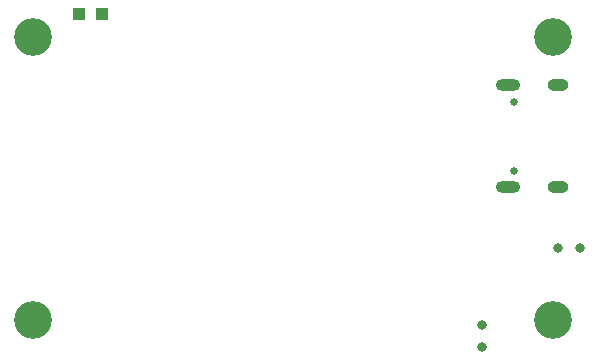
<source format=gbr>
%TF.GenerationSoftware,KiCad,Pcbnew,9.0.4*%
%TF.CreationDate,2025-09-08T17:38:28-04:00*%
%TF.ProjectId,CPU1-NRF5340-uBlox-NORA,43505531-2d4e-4524-9635-3334302d7542,A*%
%TF.SameCoordinates,Original*%
%TF.FileFunction,Soldermask,Bot*%
%TF.FilePolarity,Negative*%
%FSLAX46Y46*%
G04 Gerber Fmt 4.6, Leading zero omitted, Abs format (unit mm)*
G04 Created by KiCad (PCBNEW 9.0.4) date 2025-09-08 17:38:28*
%MOMM*%
%LPD*%
G01*
G04 APERTURE LIST*
%ADD10C,3.200000*%
%ADD11C,0.650000*%
%ADD12O,2.100000X1.000000*%
%ADD13O,1.800000X1.000000*%
%ADD14R,1.000000X1.000000*%
%ADD15C,0.800000*%
G04 APERTURE END LIST*
D10*
%TO.C,H2*%
X152500000Y-77500000D03*
%TD*%
D11*
%TO.C,J1*%
X149220000Y-88850000D03*
X149220000Y-83070000D03*
D12*
X148720000Y-90280000D03*
D13*
X152900000Y-90280000D03*
D12*
X148720000Y-81640000D03*
D13*
X152900000Y-81640000D03*
%TD*%
D14*
%TO.C,TP1*%
X112360000Y-75621000D03*
%TD*%
D10*
%TO.C,H1*%
X108500000Y-77500000D03*
%TD*%
%TO.C,H4*%
X152500000Y-101500000D03*
%TD*%
D15*
%TO.C,SW1*%
X152960000Y-95421000D03*
X154760000Y-95421000D03*
%TD*%
%TO.C,SW2*%
X146475000Y-101962500D03*
X146475000Y-103762500D03*
%TD*%
D14*
%TO.C,TP2*%
X114360000Y-75621000D03*
%TD*%
D10*
%TO.C,H3*%
X108500000Y-101500000D03*
%TD*%
M02*

</source>
